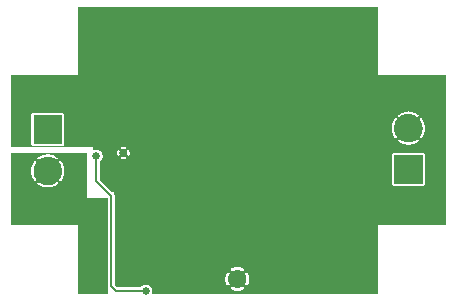
<source format=gbr>
G04 start of page 3 for group 5 idx 5 *
G04 Title: SFT-HW-0022, bottom *
G04 Creator: pcb 20110918 *
G04 CreationDate: Wed 03 Dec 2014 08:27:19 PM GMT UTC *
G04 For: tgack *
G04 Format: Gerber/RS-274X *
G04 PCB-Dimensions: 150000 100000 *
G04 PCB-Coordinate-Origin: lower left *
%MOIN*%
%FSLAX25Y25*%
%LNBOTTOM*%
%ADD35C,0.0472*%
%ADD34C,0.1200*%
%ADD33C,0.0350*%
%ADD32C,0.0120*%
%ADD31C,0.0600*%
%ADD30C,0.0260*%
%ADD29C,0.0945*%
%ADD28C,0.0080*%
%ADD27C,0.0001*%
G54D27*G36*
X139633Y58190D02*X139648Y58125D01*
X139705Y57704D01*
X139724Y57280D01*
X139705Y56856D01*
X139648Y56435D01*
X139633Y56370D01*
Y58190D01*
G37*
G36*
Y75000D02*X147500D01*
Y25000D01*
X139633D01*
Y37983D01*
X139850Y37983D01*
X139972Y38012D01*
X140089Y38060D01*
X140196Y38126D01*
X140292Y38208D01*
X140374Y38304D01*
X140440Y38411D01*
X140488Y38528D01*
X140517Y38650D01*
X140524Y38776D01*
X140517Y48350D01*
X140488Y48472D01*
X140440Y48589D01*
X140374Y48696D01*
X140292Y48792D01*
X140196Y48874D01*
X140089Y48940D01*
X139972Y48988D01*
X139850Y49017D01*
X139724Y49024D01*
X139633Y49024D01*
Y54275D01*
X139745Y54440D01*
X139981Y54877D01*
X140176Y55334D01*
X140330Y55807D01*
X140441Y56291D01*
X140508Y56784D01*
X140530Y57280D01*
X140508Y57776D01*
X140441Y58269D01*
X140330Y58753D01*
X140176Y59226D01*
X139981Y59683D01*
X139745Y60120D01*
X139633Y60289D01*
Y75000D01*
G37*
G36*
Y25000D02*X135000D01*
Y37979D01*
X139633Y37983D01*
Y25000D01*
G37*
G36*
X135000Y75000D02*X139633D01*
Y60289D01*
X139471Y60535D01*
X139430Y60583D01*
X139381Y60625D01*
X139327Y60658D01*
X139268Y60682D01*
X139206Y60697D01*
X139142Y60702D01*
X139079Y60697D01*
X139017Y60682D01*
X138958Y60658D01*
X138904Y60624D01*
X138856Y60583D01*
X138814Y60534D01*
X138781Y60480D01*
X138757Y60421D01*
X138742Y60359D01*
X138737Y60296D01*
X138742Y60232D01*
X138757Y60170D01*
X138781Y60111D01*
X138816Y60058D01*
X139054Y59707D01*
X139255Y59333D01*
X139422Y58943D01*
X139554Y58539D01*
X139633Y58190D01*
Y56370D01*
X139554Y56021D01*
X139422Y55617D01*
X139255Y55227D01*
X139054Y54853D01*
X138820Y54499D01*
X138786Y54446D01*
X138761Y54388D01*
X138747Y54327D01*
X138742Y54264D01*
X138747Y54202D01*
X138761Y54140D01*
X138785Y54082D01*
X138818Y54028D01*
X138859Y53980D01*
X138907Y53940D01*
X138960Y53907D01*
X139019Y53882D01*
X139080Y53868D01*
X139143Y53863D01*
X139205Y53868D01*
X139267Y53882D01*
X139325Y53906D01*
X139378Y53939D01*
X139426Y53980D01*
X139466Y54028D01*
X139633Y54275D01*
Y49024D01*
X135000Y49021D01*
Y51750D01*
X135496Y51772D01*
X135989Y51839D01*
X136473Y51950D01*
X136946Y52104D01*
X137403Y52299D01*
X137840Y52535D01*
X138255Y52809D01*
X138303Y52850D01*
X138345Y52899D01*
X138378Y52953D01*
X138402Y53012D01*
X138417Y53074D01*
X138422Y53138D01*
X138417Y53201D01*
X138402Y53263D01*
X138378Y53322D01*
X138344Y53376D01*
X138303Y53424D01*
X138254Y53466D01*
X138200Y53499D01*
X138141Y53523D01*
X138079Y53538D01*
X138016Y53543D01*
X137952Y53538D01*
X137890Y53523D01*
X137831Y53499D01*
X137778Y53464D01*
X137427Y53226D01*
X137053Y53025D01*
X136663Y52858D01*
X136259Y52726D01*
X135845Y52632D01*
X135424Y52575D01*
X135000Y52555D01*
Y62004D01*
X135424Y61985D01*
X135845Y61928D01*
X136259Y61834D01*
X136663Y61702D01*
X137053Y61535D01*
X137427Y61334D01*
X137781Y61100D01*
X137834Y61066D01*
X137892Y61041D01*
X137953Y61027D01*
X138016Y61022D01*
X138078Y61027D01*
X138140Y61041D01*
X138198Y61065D01*
X138252Y61098D01*
X138300Y61139D01*
X138340Y61187D01*
X138373Y61240D01*
X138398Y61299D01*
X138412Y61360D01*
X138417Y61423D01*
X138412Y61485D01*
X138398Y61547D01*
X138374Y61605D01*
X138341Y61658D01*
X138300Y61706D01*
X138252Y61746D01*
X137840Y62025D01*
X137403Y62261D01*
X136946Y62456D01*
X136473Y62610D01*
X135989Y62721D01*
X135496Y62788D01*
X135000Y62810D01*
Y75000D01*
G37*
G36*
X130367Y37976D02*X135000Y37979D01*
Y25000D01*
X130367D01*
Y37976D01*
G37*
G36*
Y75000D02*X135000D01*
Y62810D01*
X134504Y62788D01*
X134011Y62721D01*
X133527Y62610D01*
X133054Y62456D01*
X132597Y62261D01*
X132160Y62025D01*
X131745Y61751D01*
X131697Y61710D01*
X131655Y61661D01*
X131622Y61607D01*
X131598Y61548D01*
X131583Y61486D01*
X131578Y61422D01*
X131583Y61359D01*
X131598Y61297D01*
X131622Y61238D01*
X131656Y61184D01*
X131697Y61136D01*
X131746Y61094D01*
X131800Y61061D01*
X131859Y61037D01*
X131921Y61022D01*
X131984Y61017D01*
X132048Y61022D01*
X132110Y61037D01*
X132169Y61061D01*
X132222Y61096D01*
X132573Y61334D01*
X132947Y61535D01*
X133337Y61702D01*
X133741Y61834D01*
X134155Y61928D01*
X134576Y61985D01*
X135000Y62004D01*
Y52555D01*
X134576Y52575D01*
X134155Y52632D01*
X133741Y52726D01*
X133337Y52858D01*
X132947Y53025D01*
X132573Y53226D01*
X132219Y53460D01*
X132166Y53494D01*
X132108Y53519D01*
X132047Y53533D01*
X131984Y53538D01*
X131922Y53533D01*
X131860Y53519D01*
X131802Y53495D01*
X131748Y53462D01*
X131700Y53421D01*
X131660Y53373D01*
X131627Y53320D01*
X131602Y53261D01*
X131588Y53200D01*
X131583Y53137D01*
X131588Y53075D01*
X131602Y53013D01*
X131626Y52955D01*
X131659Y52902D01*
X131700Y52854D01*
X131748Y52814D01*
X132160Y52535D01*
X132597Y52299D01*
X133054Y52104D01*
X133527Y51950D01*
X134011Y51839D01*
X134504Y51772D01*
X135000Y51750D01*
Y49021D01*
X130367Y49017D01*
Y54271D01*
X130529Y54025D01*
X130570Y53977D01*
X130619Y53935D01*
X130673Y53902D01*
X130732Y53878D01*
X130794Y53863D01*
X130858Y53858D01*
X130921Y53863D01*
X130983Y53878D01*
X131042Y53902D01*
X131096Y53936D01*
X131144Y53977D01*
X131186Y54026D01*
X131219Y54080D01*
X131243Y54139D01*
X131258Y54201D01*
X131263Y54264D01*
X131258Y54328D01*
X131243Y54390D01*
X131219Y54449D01*
X131184Y54502D01*
X130946Y54853D01*
X130745Y55227D01*
X130578Y55617D01*
X130446Y56021D01*
X130367Y56370D01*
Y58190D01*
X130446Y58539D01*
X130578Y58943D01*
X130745Y59333D01*
X130946Y59707D01*
X131180Y60061D01*
X131214Y60114D01*
X131239Y60172D01*
X131253Y60233D01*
X131258Y60296D01*
X131253Y60358D01*
X131239Y60420D01*
X131215Y60478D01*
X131182Y60532D01*
X131141Y60580D01*
X131093Y60620D01*
X131040Y60653D01*
X130981Y60678D01*
X130920Y60692D01*
X130857Y60697D01*
X130795Y60692D01*
X130733Y60678D01*
X130675Y60654D01*
X130622Y60621D01*
X130574Y60580D01*
X130534Y60532D01*
X130367Y60285D01*
Y75000D01*
G37*
G36*
Y56370D02*X130352Y56435D01*
X130295Y56856D01*
X130276Y57280D01*
X130295Y57704D01*
X130352Y58125D01*
X130367Y58190D01*
Y56370D01*
G37*
G36*
X81284Y97500D02*X125000D01*
Y75000D01*
X130367D01*
Y60285D01*
X130255Y60120D01*
X130019Y59683D01*
X129824Y59226D01*
X129670Y58753D01*
X129559Y58269D01*
X129492Y57776D01*
X129470Y57280D01*
X129492Y56784D01*
X129559Y56291D01*
X129670Y55807D01*
X129824Y55334D01*
X130019Y54877D01*
X130255Y54440D01*
X130367Y54271D01*
Y49017D01*
X130150Y49017D01*
X130028Y48988D01*
X129911Y48940D01*
X129804Y48874D01*
X129708Y48792D01*
X129626Y48696D01*
X129560Y48589D01*
X129512Y48472D01*
X129483Y48350D01*
X129476Y48224D01*
X129483Y38650D01*
X129512Y38528D01*
X129560Y38411D01*
X129626Y38304D01*
X129708Y38208D01*
X129804Y38126D01*
X129911Y38060D01*
X130028Y38012D01*
X130150Y37983D01*
X130276Y37976D01*
X130367Y37976D01*
Y25000D01*
X125000D01*
Y2000D01*
X81284D01*
Y4869D01*
X81287Y4870D01*
X81355Y4909D01*
X81416Y4958D01*
X81469Y5017D01*
X81511Y5083D01*
X81674Y5408D01*
X81803Y5748D01*
X81901Y6098D01*
X81967Y6456D01*
X82000Y6818D01*
Y7182D01*
X81967Y7544D01*
X81901Y7902D01*
X81803Y8252D01*
X81674Y8592D01*
X81515Y8919D01*
X81472Y8985D01*
X81419Y9044D01*
X81357Y9094D01*
X81288Y9133D01*
X81284Y9135D01*
Y97500D01*
G37*
G36*
X78002D02*X81284D01*
Y9135D01*
X81214Y9161D01*
X81137Y9177D01*
X81058Y9181D01*
X80979Y9173D01*
X80903Y9152D01*
X80830Y9120D01*
X80764Y9077D01*
X80705Y9024D01*
X80656Y8962D01*
X80616Y8893D01*
X80588Y8819D01*
X80572Y8742D01*
X80568Y8663D01*
X80576Y8584D01*
X80597Y8507D01*
X80630Y8436D01*
X80753Y8193D01*
X80850Y7938D01*
X80923Y7676D01*
X80972Y7408D01*
X80997Y7136D01*
Y6864D01*
X80972Y6592D01*
X80923Y6324D01*
X80850Y6062D01*
X80753Y5807D01*
X80633Y5563D01*
X80600Y5491D01*
X80579Y5416D01*
X80571Y5337D01*
X80575Y5259D01*
X80591Y5182D01*
X80619Y5108D01*
X80658Y5040D01*
X80707Y4979D01*
X80766Y4926D01*
X80832Y4883D01*
X80904Y4851D01*
X80980Y4830D01*
X81058Y4822D01*
X81136Y4826D01*
X81213Y4842D01*
X81284Y4869D01*
Y2000D01*
X78002D01*
Y3000D01*
X78182D01*
X78544Y3033D01*
X78902Y3099D01*
X79252Y3197D01*
X79592Y3326D01*
X79919Y3485D01*
X79985Y3528D01*
X80044Y3581D01*
X80094Y3643D01*
X80133Y3712D01*
X80161Y3786D01*
X80177Y3863D01*
X80181Y3942D01*
X80173Y4021D01*
X80152Y4097D01*
X80120Y4170D01*
X80077Y4236D01*
X80024Y4295D01*
X79962Y4344D01*
X79893Y4384D01*
X79819Y4412D01*
X79742Y4428D01*
X79663Y4432D01*
X79584Y4424D01*
X79507Y4403D01*
X79436Y4370D01*
X79193Y4247D01*
X78938Y4150D01*
X78676Y4077D01*
X78408Y4028D01*
X78136Y4003D01*
X78002D01*
Y9997D01*
X78136D01*
X78408Y9972D01*
X78676Y9923D01*
X78938Y9850D01*
X79193Y9753D01*
X79437Y9633D01*
X79509Y9600D01*
X79584Y9579D01*
X79663Y9571D01*
X79741Y9575D01*
X79818Y9591D01*
X79892Y9619D01*
X79960Y9658D01*
X80021Y9707D01*
X80074Y9766D01*
X80117Y9832D01*
X80149Y9904D01*
X80170Y9980D01*
X80178Y10058D01*
X80174Y10136D01*
X80158Y10213D01*
X80130Y10287D01*
X80091Y10355D01*
X80042Y10416D01*
X79983Y10469D01*
X79917Y10511D01*
X79592Y10674D01*
X79252Y10803D01*
X78902Y10901D01*
X78544Y10967D01*
X78182Y11000D01*
X78002D01*
Y97500D01*
G37*
G36*
X74716D02*X78002D01*
Y11000D01*
X77818D01*
X77456Y10967D01*
X77098Y10901D01*
X76748Y10803D01*
X76408Y10674D01*
X76081Y10515D01*
X76015Y10472D01*
X75956Y10419D01*
X75906Y10357D01*
X75867Y10288D01*
X75839Y10214D01*
X75823Y10137D01*
X75819Y10058D01*
X75827Y9979D01*
X75848Y9903D01*
X75880Y9830D01*
X75923Y9764D01*
X75976Y9705D01*
X76038Y9656D01*
X76107Y9616D01*
X76181Y9588D01*
X76258Y9572D01*
X76337Y9568D01*
X76416Y9576D01*
X76493Y9597D01*
X76564Y9630D01*
X76807Y9753D01*
X77062Y9850D01*
X77324Y9923D01*
X77592Y9972D01*
X77864Y9997D01*
X78002D01*
Y4003D01*
X77864D01*
X77592Y4028D01*
X77324Y4077D01*
X77062Y4150D01*
X76807Y4247D01*
X76563Y4367D01*
X76491Y4400D01*
X76415Y4421D01*
X76337Y4429D01*
X76259Y4425D01*
X76182Y4409D01*
X76108Y4381D01*
X76040Y4342D01*
X75979Y4293D01*
X75926Y4234D01*
X75883Y4168D01*
X75851Y4096D01*
X75830Y4020D01*
X75822Y3942D01*
X75826Y3864D01*
X75842Y3787D01*
X75870Y3713D01*
X75909Y3645D01*
X75958Y3584D01*
X76017Y3531D01*
X76083Y3489D01*
X76408Y3326D01*
X76748Y3197D01*
X77098Y3099D01*
X77456Y3033D01*
X77818Y3000D01*
X78002D01*
Y2000D01*
X74716D01*
Y4865D01*
X74786Y4839D01*
X74863Y4823D01*
X74942Y4819D01*
X75021Y4827D01*
X75097Y4848D01*
X75170Y4880D01*
X75236Y4923D01*
X75295Y4976D01*
X75344Y5038D01*
X75384Y5107D01*
X75412Y5181D01*
X75428Y5258D01*
X75432Y5337D01*
X75424Y5416D01*
X75403Y5493D01*
X75370Y5564D01*
X75247Y5807D01*
X75150Y6062D01*
X75077Y6324D01*
X75028Y6592D01*
X75003Y6864D01*
Y7136D01*
X75028Y7408D01*
X75077Y7676D01*
X75150Y7938D01*
X75247Y8193D01*
X75367Y8437D01*
X75400Y8509D01*
X75421Y8585D01*
X75429Y8663D01*
X75425Y8741D01*
X75409Y8818D01*
X75381Y8892D01*
X75342Y8960D01*
X75293Y9021D01*
X75234Y9074D01*
X75168Y9117D01*
X75096Y9149D01*
X75020Y9170D01*
X74942Y9178D01*
X74864Y9174D01*
X74787Y9158D01*
X74716Y9131D01*
Y97500D01*
G37*
G36*
X41657D02*X74716D01*
Y9131D01*
X74713Y9130D01*
X74645Y9091D01*
X74584Y9042D01*
X74531Y8983D01*
X74489Y8917D01*
X74326Y8592D01*
X74197Y8252D01*
X74099Y7902D01*
X74033Y7544D01*
X74000Y7182D01*
Y6818D01*
X74033Y6456D01*
X74099Y6098D01*
X74197Y5748D01*
X74326Y5408D01*
X74485Y5081D01*
X74528Y5015D01*
X74581Y4956D01*
X74643Y4906D01*
X74712Y4867D01*
X74716Y4865D01*
Y2000D01*
X49350D01*
X49377Y2044D01*
X49503Y2349D01*
X49581Y2670D01*
X49600Y3000D01*
X49581Y3330D01*
X49503Y3651D01*
X49377Y3956D01*
X49204Y4238D01*
X48990Y4490D01*
X48738Y4704D01*
X48456Y4877D01*
X48151Y5003D01*
X47830Y5081D01*
X47500Y5106D01*
X47170Y5081D01*
X46849Y5003D01*
X46544Y4877D01*
X46262Y4704D01*
X46010Y4490D01*
X45796Y4238D01*
X45772Y4200D01*
X41657D01*
Y48076D01*
X41679Y48077D01*
X41740Y48092D01*
X41798Y48116D01*
X41852Y48149D01*
X41900Y48190D01*
X41941Y48238D01*
X41974Y48291D01*
X41997Y48350D01*
X42049Y48531D01*
X42083Y48717D01*
X42100Y48905D01*
Y49095D01*
X42083Y49283D01*
X42049Y49469D01*
X41999Y49651D01*
X41975Y49709D01*
X41942Y49763D01*
X41901Y49811D01*
X41853Y49852D01*
X41799Y49885D01*
X41741Y49909D01*
X41679Y49924D01*
X41657Y49926D01*
Y97500D01*
G37*
G36*
X40001D02*X41657D01*
Y49926D01*
X41616Y49929D01*
X41553Y49924D01*
X41492Y49909D01*
X41433Y49885D01*
X41380Y49852D01*
X41332Y49811D01*
X41291Y49763D01*
X41258Y49709D01*
X41234Y49651D01*
X41219Y49589D01*
X41214Y49526D01*
X41219Y49463D01*
X41235Y49402D01*
X41267Y49290D01*
X41288Y49175D01*
X41299Y49058D01*
Y48942D01*
X41288Y48825D01*
X41267Y48710D01*
X41236Y48597D01*
X41220Y48537D01*
X41215Y48474D01*
X41220Y48411D01*
X41235Y48350D01*
X41259Y48292D01*
X41292Y48238D01*
X41333Y48190D01*
X41380Y48149D01*
X41434Y48116D01*
X41492Y48092D01*
X41553Y48077D01*
X41616Y48072D01*
X41657Y48076D01*
Y4200D01*
X40001D01*
Y46900D01*
X40095D01*
X40283Y46917D01*
X40469Y46951D01*
X40651Y47001D01*
X40709Y47025D01*
X40763Y47058D01*
X40811Y47099D01*
X40852Y47147D01*
X40885Y47201D01*
X40909Y47259D01*
X40924Y47321D01*
X40929Y47384D01*
X40924Y47447D01*
X40909Y47508D01*
X40885Y47567D01*
X40852Y47620D01*
X40811Y47668D01*
X40763Y47709D01*
X40709Y47742D01*
X40651Y47766D01*
X40589Y47781D01*
X40526Y47786D01*
X40463Y47781D01*
X40402Y47765D01*
X40290Y47733D01*
X40175Y47712D01*
X40058Y47701D01*
X40001D01*
Y50299D01*
X40058D01*
X40175Y50288D01*
X40290Y50267D01*
X40403Y50236D01*
X40463Y50220D01*
X40526Y50215D01*
X40589Y50220D01*
X40650Y50235D01*
X40708Y50259D01*
X40762Y50292D01*
X40810Y50333D01*
X40851Y50380D01*
X40884Y50434D01*
X40908Y50492D01*
X40923Y50553D01*
X40928Y50616D01*
X40923Y50679D01*
X40908Y50740D01*
X40884Y50798D01*
X40851Y50852D01*
X40810Y50900D01*
X40762Y50941D01*
X40709Y50974D01*
X40650Y50997D01*
X40469Y51049D01*
X40283Y51083D01*
X40095Y51100D01*
X40001D01*
Y97500D01*
G37*
G36*
X38343D02*X40001D01*
Y51100D01*
X39905D01*
X39717Y51083D01*
X39531Y51049D01*
X39349Y50999D01*
X39291Y50975D01*
X39237Y50942D01*
X39189Y50901D01*
X39148Y50853D01*
X39115Y50799D01*
X39091Y50741D01*
X39076Y50679D01*
X39071Y50616D01*
X39076Y50553D01*
X39091Y50492D01*
X39115Y50433D01*
X39148Y50380D01*
X39189Y50332D01*
X39237Y50291D01*
X39291Y50258D01*
X39349Y50234D01*
X39411Y50219D01*
X39474Y50214D01*
X39537Y50219D01*
X39598Y50235D01*
X39710Y50267D01*
X39825Y50288D01*
X39942Y50299D01*
X40001D01*
Y47701D01*
X39942D01*
X39825Y47712D01*
X39710Y47733D01*
X39597Y47764D01*
X39537Y47780D01*
X39474Y47785D01*
X39411Y47780D01*
X39350Y47765D01*
X39292Y47741D01*
X39238Y47708D01*
X39190Y47667D01*
X39149Y47620D01*
X39116Y47566D01*
X39092Y47508D01*
X39077Y47447D01*
X39072Y47384D01*
X39077Y47321D01*
X39092Y47260D01*
X39116Y47202D01*
X39149Y47148D01*
X39190Y47100D01*
X39238Y47059D01*
X39291Y47026D01*
X39350Y47003D01*
X39531Y46951D01*
X39717Y46917D01*
X39905Y46900D01*
X40001D01*
Y4200D01*
X38343D01*
Y48074D01*
X38384Y48071D01*
X38447Y48076D01*
X38508Y48091D01*
X38567Y48115D01*
X38620Y48148D01*
X38668Y48189D01*
X38709Y48237D01*
X38742Y48291D01*
X38766Y48349D01*
X38781Y48411D01*
X38786Y48474D01*
X38781Y48537D01*
X38765Y48598D01*
X38733Y48710D01*
X38712Y48825D01*
X38701Y48942D01*
Y49058D01*
X38712Y49175D01*
X38733Y49290D01*
X38764Y49403D01*
X38780Y49463D01*
X38785Y49526D01*
X38780Y49589D01*
X38765Y49650D01*
X38741Y49708D01*
X38708Y49762D01*
X38667Y49810D01*
X38620Y49851D01*
X38566Y49884D01*
X38508Y49908D01*
X38447Y49923D01*
X38384Y49928D01*
X38343Y49924D01*
Y97500D01*
G37*
G36*
X37000Y35165D02*Y36000D01*
X36197D01*
X32200Y39997D01*
Y46272D01*
X32238Y46296D01*
X32490Y46510D01*
X32704Y46762D01*
X32877Y47044D01*
X33003Y47349D01*
X33081Y47670D01*
X33100Y48000D01*
X33081Y48330D01*
X33003Y48651D01*
X32877Y48956D01*
X32704Y49238D01*
X32490Y49490D01*
X32238Y49704D01*
X31956Y49877D01*
X31651Y50003D01*
X31330Y50081D01*
X31000Y50106D01*
X30670Y50081D01*
X30349Y50003D01*
X30044Y49877D01*
X30000Y49850D01*
Y51000D01*
X14780D01*
Y51259D01*
X19630Y51263D01*
X19752Y51292D01*
X19869Y51340D01*
X19976Y51406D01*
X20072Y51488D01*
X20154Y51584D01*
X20220Y51691D01*
X20268Y51808D01*
X20297Y51930D01*
X20304Y52055D01*
X20297Y61630D01*
X20268Y61752D01*
X20220Y61869D01*
X20154Y61976D01*
X20072Y62072D01*
X19976Y62154D01*
X19869Y62220D01*
X19752Y62268D01*
X19630Y62297D01*
X19504Y62304D01*
X14780Y62301D01*
Y75000D01*
X25000D01*
Y97500D01*
X38343D01*
Y49924D01*
X38321Y49923D01*
X38260Y49908D01*
X38202Y49884D01*
X38148Y49851D01*
X38100Y49810D01*
X38059Y49762D01*
X38026Y49709D01*
X38003Y49650D01*
X37951Y49469D01*
X37917Y49283D01*
X37900Y49095D01*
Y48905D01*
X37917Y48717D01*
X37951Y48531D01*
X38001Y48349D01*
X38025Y48291D01*
X38058Y48237D01*
X38099Y48189D01*
X38147Y48148D01*
X38201Y48115D01*
X38259Y48091D01*
X38321Y48076D01*
X38343Y48074D01*
Y4200D01*
X37997D01*
X37200Y4997D01*
Y34453D01*
X37204Y34500D01*
X37189Y34688D01*
X37145Y34872D01*
X37073Y35046D01*
X37000Y35165D01*
G37*
G36*
X14780Y51000D02*X2500D01*
Y75000D01*
X14780D01*
Y62301D01*
X9930Y62297D01*
X9808Y62268D01*
X9691Y62220D01*
X9584Y62154D01*
X9488Y62072D01*
X9406Y61976D01*
X9340Y61869D01*
X9292Y61752D01*
X9263Y61630D01*
X9256Y61504D01*
X9263Y51930D01*
X9292Y51808D01*
X9340Y51691D01*
X9406Y51584D01*
X9488Y51488D01*
X9584Y51406D01*
X9691Y51340D01*
X9808Y51292D01*
X9930Y51263D01*
X10056Y51255D01*
X14780Y51259D01*
Y51000D01*
G37*
G36*
X19413Y43910D02*X19428Y43845D01*
X19485Y43424D01*
X19504Y43000D01*
X19485Y42576D01*
X19428Y42155D01*
X19413Y42090D01*
Y43910D01*
G37*
G36*
Y49000D02*X28000D01*
Y34000D01*
X34800D01*
Y4547D01*
X34796Y4500D01*
X34811Y4312D01*
X34855Y4128D01*
X34927Y3954D01*
X35000Y3835D01*
Y2000D01*
X25000D01*
Y25000D01*
X19413D01*
Y39995D01*
X19525Y40160D01*
X19761Y40597D01*
X19956Y41054D01*
X20110Y41527D01*
X20221Y42011D01*
X20288Y42504D01*
X20310Y43000D01*
X20288Y43496D01*
X20221Y43989D01*
X20110Y44473D01*
X19956Y44946D01*
X19761Y45403D01*
X19525Y45840D01*
X19413Y46009D01*
Y49000D01*
G37*
G36*
X14782D02*X19413D01*
Y46009D01*
X19251Y46255D01*
X19210Y46303D01*
X19161Y46345D01*
X19107Y46378D01*
X19048Y46402D01*
X18986Y46417D01*
X18922Y46422D01*
X18859Y46417D01*
X18797Y46402D01*
X18738Y46378D01*
X18684Y46344D01*
X18636Y46303D01*
X18594Y46254D01*
X18561Y46200D01*
X18537Y46141D01*
X18522Y46079D01*
X18517Y46016D01*
X18522Y45952D01*
X18537Y45890D01*
X18561Y45831D01*
X18596Y45778D01*
X18834Y45427D01*
X19035Y45053D01*
X19202Y44663D01*
X19334Y44259D01*
X19413Y43910D01*
Y42090D01*
X19334Y41741D01*
X19202Y41337D01*
X19035Y40947D01*
X18834Y40573D01*
X18600Y40219D01*
X18566Y40166D01*
X18541Y40108D01*
X18527Y40047D01*
X18522Y39984D01*
X18527Y39922D01*
X18541Y39860D01*
X18565Y39802D01*
X18598Y39748D01*
X18639Y39700D01*
X18687Y39660D01*
X18740Y39627D01*
X18799Y39602D01*
X18860Y39588D01*
X18923Y39583D01*
X18985Y39588D01*
X19047Y39602D01*
X19105Y39626D01*
X19158Y39659D01*
X19206Y39700D01*
X19246Y39748D01*
X19413Y39995D01*
Y25000D01*
X14782D01*
Y37470D01*
X15276Y37492D01*
X15769Y37559D01*
X16253Y37670D01*
X16726Y37824D01*
X17183Y38019D01*
X17620Y38255D01*
X18035Y38529D01*
X18083Y38570D01*
X18125Y38619D01*
X18158Y38673D01*
X18182Y38732D01*
X18197Y38794D01*
X18202Y38858D01*
X18197Y38921D01*
X18182Y38983D01*
X18158Y39042D01*
X18124Y39096D01*
X18083Y39144D01*
X18034Y39186D01*
X17980Y39219D01*
X17921Y39243D01*
X17859Y39258D01*
X17796Y39263D01*
X17732Y39258D01*
X17670Y39243D01*
X17611Y39219D01*
X17558Y39184D01*
X17207Y38946D01*
X16833Y38745D01*
X16443Y38578D01*
X16039Y38446D01*
X15625Y38352D01*
X15204Y38295D01*
X14782Y38276D01*
Y47724D01*
X15204Y47705D01*
X15625Y47648D01*
X16039Y47554D01*
X16443Y47422D01*
X16833Y47255D01*
X17207Y47054D01*
X17561Y46820D01*
X17614Y46786D01*
X17672Y46761D01*
X17733Y46747D01*
X17796Y46742D01*
X17858Y46747D01*
X17920Y46761D01*
X17978Y46785D01*
X18032Y46818D01*
X18080Y46859D01*
X18120Y46907D01*
X18153Y46960D01*
X18178Y47019D01*
X18192Y47080D01*
X18197Y47143D01*
X18192Y47205D01*
X18178Y47267D01*
X18154Y47325D01*
X18121Y47378D01*
X18080Y47426D01*
X18032Y47466D01*
X17620Y47745D01*
X17183Y47981D01*
X16726Y48176D01*
X16253Y48330D01*
X15769Y48441D01*
X15276Y48508D01*
X14782Y48530D01*
Y49000D01*
G37*
G36*
X10147D02*X14782D01*
Y48530D01*
X14780Y48530D01*
X14284Y48508D01*
X13791Y48441D01*
X13307Y48330D01*
X12834Y48176D01*
X12377Y47981D01*
X11940Y47745D01*
X11525Y47471D01*
X11477Y47430D01*
X11435Y47381D01*
X11402Y47327D01*
X11378Y47268D01*
X11363Y47206D01*
X11358Y47142D01*
X11363Y47079D01*
X11378Y47017D01*
X11402Y46958D01*
X11436Y46904D01*
X11477Y46856D01*
X11526Y46814D01*
X11580Y46781D01*
X11639Y46757D01*
X11701Y46742D01*
X11764Y46737D01*
X11828Y46742D01*
X11890Y46757D01*
X11949Y46781D01*
X12002Y46816D01*
X12353Y47054D01*
X12727Y47255D01*
X13117Y47422D01*
X13521Y47554D01*
X13935Y47648D01*
X14356Y47705D01*
X14780Y47724D01*
X14782Y47724D01*
Y38276D01*
X14780Y38276D01*
X14356Y38295D01*
X13935Y38352D01*
X13521Y38446D01*
X13117Y38578D01*
X12727Y38745D01*
X12353Y38946D01*
X11999Y39180D01*
X11946Y39214D01*
X11888Y39239D01*
X11827Y39253D01*
X11764Y39258D01*
X11702Y39253D01*
X11640Y39239D01*
X11582Y39215D01*
X11528Y39182D01*
X11480Y39141D01*
X11440Y39093D01*
X11407Y39040D01*
X11382Y38981D01*
X11368Y38920D01*
X11363Y38857D01*
X11368Y38795D01*
X11382Y38733D01*
X11406Y38675D01*
X11439Y38622D01*
X11480Y38574D01*
X11528Y38534D01*
X11940Y38255D01*
X12377Y38019D01*
X12834Y37824D01*
X13307Y37670D01*
X13791Y37559D01*
X14284Y37492D01*
X14780Y37470D01*
X14782Y37470D01*
Y25000D01*
X10147D01*
Y39991D01*
X10309Y39745D01*
X10350Y39697D01*
X10399Y39655D01*
X10453Y39622D01*
X10512Y39598D01*
X10574Y39583D01*
X10638Y39578D01*
X10701Y39583D01*
X10763Y39598D01*
X10822Y39622D01*
X10876Y39656D01*
X10924Y39697D01*
X10966Y39746D01*
X10999Y39800D01*
X11023Y39859D01*
X11038Y39921D01*
X11043Y39984D01*
X11038Y40048D01*
X11023Y40110D01*
X10999Y40169D01*
X10964Y40222D01*
X10726Y40573D01*
X10525Y40947D01*
X10358Y41337D01*
X10226Y41741D01*
X10147Y42090D01*
Y43910D01*
X10226Y44259D01*
X10358Y44663D01*
X10525Y45053D01*
X10726Y45427D01*
X10960Y45781D01*
X10994Y45834D01*
X11019Y45892D01*
X11033Y45953D01*
X11038Y46016D01*
X11033Y46078D01*
X11019Y46140D01*
X10995Y46198D01*
X10962Y46252D01*
X10921Y46300D01*
X10873Y46340D01*
X10820Y46373D01*
X10761Y46398D01*
X10700Y46412D01*
X10637Y46417D01*
X10575Y46412D01*
X10513Y46398D01*
X10455Y46374D01*
X10402Y46341D01*
X10354Y46300D01*
X10314Y46252D01*
X10147Y46005D01*
Y49000D01*
G37*
G36*
Y42090D02*X10132Y42155D01*
X10075Y42576D01*
X10056Y43000D01*
X10075Y43424D01*
X10132Y43845D01*
X10147Y43910D01*
Y42090D01*
G37*
G36*
X2500Y49000D02*X10147D01*
Y46005D01*
X10035Y45840D01*
X9799Y45403D01*
X9604Y44946D01*
X9450Y44473D01*
X9339Y43989D01*
X9272Y43496D01*
X9250Y43000D01*
X9272Y42504D01*
X9339Y42011D01*
X9450Y41527D01*
X9604Y41054D01*
X9799Y40597D01*
X10035Y40160D01*
X10147Y39991D01*
Y25000D01*
X2500D01*
Y49000D01*
G37*
G54D28*X47500Y3000D02*X37500D01*
X36000Y4500D01*
Y34500D01*
X31000Y39500D01*
Y48000D01*
G54D27*G36*
X130276Y48224D02*Y38776D01*
X139724D01*
Y48224D01*
X130276D01*
G37*
G54D29*X135000Y57280D03*
X14780Y43000D03*
G54D27*G36*
X10056Y61504D02*Y52055D01*
X19504D01*
Y61504D01*
X10056D01*
G37*
G54D30*X45000Y13500D03*
X48000D03*
G54D31*X78000Y7000D03*
G54D30*X27000Y16000D03*
Y19000D03*
X39000Y19500D03*
X27000Y4000D03*
Y7000D03*
Y10000D03*
Y13000D03*
X42000Y19500D03*
X39000Y22500D03*
X42000D03*
X45000Y19500D03*
Y22500D03*
X48000D03*
Y19500D03*
X45000Y16500D03*
X48000D03*
X47500Y3000D03*
X40000Y49000D03*
X31000Y48000D03*
X69500Y46500D03*
X72500D03*
Y43500D03*
X69500D03*
Y34500D03*
X72500D03*
Y73500D03*
Y76500D03*
X75500Y34500D03*
X78500D03*
X66500D03*
X63500D03*
X72500Y37500D03*
X69500D03*
Y40500D03*
X72500D03*
X69500Y73500D03*
Y76500D03*
X71000Y79500D03*
Y82500D03*
Y85500D03*
Y88500D03*
Y91500D03*
Y94500D03*
X97000Y46000D03*
Y49000D03*
Y52000D03*
Y43000D03*
Y40000D03*
X93500D03*
Y43000D03*
Y46000D03*
Y49000D03*
Y52000D03*
G54D32*G54D33*G54D32*G54D34*G54D35*G54D34*G54D35*G54D34*G54D35*M02*

</source>
